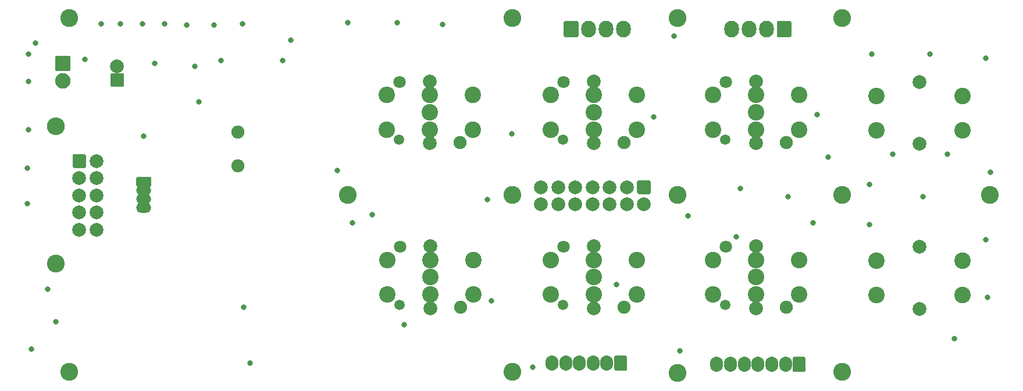
<source format=gbr>
%TF.GenerationSoftware,KiCad,Pcbnew,(5.1.10)-1*%
%TF.CreationDate,2022-09-03T16:46:32+05:30*%
%TF.ProjectId,ENC-nrf-301-02-REV05,454e432d-6e72-4662-9d33-30312d30322d,rev?*%
%TF.SameCoordinates,Original*%
%TF.FileFunction,Soldermask,Bot*%
%TF.FilePolarity,Negative*%
%FSLAX46Y46*%
G04 Gerber Fmt 4.6, Leading zero omitted, Abs format (unit mm)*
G04 Created by KiCad (PCBNEW (5.1.10)-1) date 2022-09-03 16:46:32*
%MOMM*%
%LPD*%
G01*
G04 APERTURE LIST*
%ADD10C,2.000000*%
%ADD11C,2.400000*%
%ADD12C,1.500000*%
%ADD13C,1.800000*%
%ADD14C,1.900000*%
%ADD15C,2.600000*%
%ADD16O,2.600000X2.600000*%
%ADD17O,2.200000X1.470000*%
%ADD18C,2.250000*%
%ADD19O,1.900000X2.200000*%
%ADD20O,2.127200X2.432000*%
%ADD21C,0.800000*%
G04 APERTURE END LIST*
D10*
%TO.C,SW12*%
X150500000Y-116600000D03*
D11*
X144250000Y-109600000D03*
D10*
X150500000Y-107600000D03*
D11*
X156750000Y-114600000D03*
X144250000Y-114600000D03*
X156750000Y-109600000D03*
%TD*%
D10*
%TO.C,SW9*%
X150400000Y-92600000D03*
D11*
X144150000Y-85600000D03*
D10*
X150400000Y-83600000D03*
D11*
X156650000Y-90600000D03*
X144150000Y-90600000D03*
X156650000Y-85600000D03*
%TD*%
D10*
%TO.C,SW8*%
X174300000Y-116600000D03*
D11*
X168050000Y-109600000D03*
D10*
X174300000Y-107600000D03*
D11*
X180550000Y-114600000D03*
X168050000Y-114600000D03*
X180550000Y-109600000D03*
%TD*%
D10*
%TO.C,SW21*%
X174300000Y-92600000D03*
D11*
X180550000Y-85600000D03*
D10*
X174300000Y-83600000D03*
D11*
X168050000Y-90600000D03*
X180550000Y-90600000D03*
X168050000Y-85600000D03*
%TD*%
D10*
%TO.C,SW1*%
X197900000Y-92600000D03*
D11*
X191650000Y-85600000D03*
D10*
X197900000Y-83600000D03*
D11*
X204150000Y-90600000D03*
X191650000Y-90600000D03*
X204150000Y-85600000D03*
%TD*%
D10*
%TO.C,SW4*%
X197900000Y-116600000D03*
D11*
X191650000Y-109600000D03*
D10*
X197900000Y-107600000D03*
D11*
X204150000Y-114600000D03*
X191650000Y-114600000D03*
X204150000Y-109600000D03*
%TD*%
D10*
%TO.C,SW22*%
X221700000Y-116700000D03*
D11*
X227950000Y-109700000D03*
D10*
X221700000Y-107700000D03*
D11*
X215450000Y-114700000D03*
X227950000Y-114700000D03*
X215450000Y-109700000D03*
%TD*%
D10*
%TO.C,SW6*%
X221700000Y-92700000D03*
D11*
X215450000Y-85700000D03*
D10*
X221700000Y-83700000D03*
D11*
X227950000Y-90700000D03*
X215450000Y-90700000D03*
X227950000Y-85700000D03*
%TD*%
D12*
%TO.C,SW10*%
X145900000Y-92100000D03*
D13*
X146000000Y-83700000D03*
D14*
X154800000Y-92500000D03*
D11*
X150400000Y-85600000D03*
X150400000Y-90600000D03*
X150400000Y-88100000D03*
%TD*%
D12*
%TO.C,SW11*%
X146000000Y-116100000D03*
D13*
X146100000Y-107700000D03*
D14*
X154900000Y-116500000D03*
D11*
X150500000Y-109600000D03*
X150500000Y-114600000D03*
X150500000Y-112100000D03*
%TD*%
D12*
%TO.C,SW5*%
X169800000Y-92100000D03*
D13*
X169900000Y-83700000D03*
D14*
X178700000Y-92500000D03*
D11*
X174300000Y-85600000D03*
X174300000Y-90600000D03*
X174300000Y-88100000D03*
%TD*%
D12*
%TO.C,SW7*%
X169800000Y-116100000D03*
D13*
X169900000Y-107700000D03*
D14*
X178700000Y-116500000D03*
D11*
X174300000Y-109600000D03*
X174300000Y-114600000D03*
X174300000Y-112100000D03*
%TD*%
D12*
%TO.C,SW2*%
X193400000Y-92100000D03*
D13*
X193500000Y-83700000D03*
D14*
X202300000Y-92500000D03*
D11*
X197900000Y-85600000D03*
X197900000Y-90600000D03*
X197900000Y-88100000D03*
%TD*%
D12*
%TO.C,SW3*%
X193400000Y-116100000D03*
D13*
X193500000Y-107700000D03*
D14*
X202300000Y-116500000D03*
D11*
X197900000Y-109600000D03*
X197900000Y-114600000D03*
X197900000Y-112100000D03*
%TD*%
D15*
%TO.C,SW_e1*%
X96000000Y-110100000D03*
D16*
X96000000Y-90100000D03*
%TD*%
%TO.C,D14*%
G36*
G01*
X107900000Y-97465000D02*
X109700000Y-97465000D01*
G75*
G02*
X109900000Y-97665000I0J-200000D01*
G01*
X109900000Y-98735000D01*
G75*
G02*
X109700000Y-98935000I-200000J0D01*
G01*
X107900000Y-98935000D01*
G75*
G02*
X107700000Y-98735000I0J200000D01*
G01*
X107700000Y-97665000D01*
G75*
G02*
X107900000Y-97465000I200000J0D01*
G01*
G37*
D17*
X108800000Y-99470000D03*
X108800000Y-100740000D03*
X108800000Y-102010000D03*
%TD*%
D15*
%TO.C,*%
X138450000Y-100150000D03*
%TD*%
%TO.C,J1*%
G36*
G01*
X98600000Y-94200000D02*
X100200000Y-94200000D01*
G75*
G02*
X100400000Y-94400000I0J-200000D01*
G01*
X100400000Y-96000000D01*
G75*
G02*
X100200000Y-96200000I-200000J0D01*
G01*
X98600000Y-96200000D01*
G75*
G02*
X98400000Y-96000000I0J200000D01*
G01*
X98400000Y-94400000D01*
G75*
G02*
X98600000Y-94200000I200000J0D01*
G01*
G37*
D10*
X99400000Y-97700000D03*
X99400000Y-100200000D03*
X99400000Y-102700000D03*
X99400000Y-105200000D03*
X101900000Y-95200000D03*
X101900000Y-97700000D03*
X101900000Y-100200000D03*
X101900000Y-102700000D03*
X101900000Y-105200000D03*
%TD*%
D14*
%TO.C,Y1*%
X122500000Y-91000000D03*
X122500000Y-95880000D03*
%TD*%
D15*
%TO.C,*%
X97950000Y-74400000D03*
%TD*%
%TO.C,*%
X97950000Y-125900000D03*
%TD*%
%TO.C,*%
X162450000Y-74400000D03*
%TD*%
%TO.C,*%
X186450000Y-74400000D03*
%TD*%
%TO.C,*%
X210450000Y-74400000D03*
%TD*%
%TO.C,*%
X162450000Y-125900000D03*
%TD*%
%TO.C,*%
X186450000Y-126000000D03*
%TD*%
%TO.C,*%
X210450000Y-125900000D03*
%TD*%
%TO.C,*%
X231950000Y-100150000D03*
%TD*%
%TO.C,*%
X210450000Y-100150000D03*
%TD*%
%TO.C,*%
X186450000Y-100150000D03*
%TD*%
%TO.C,J2*%
G36*
G01*
X182600000Y-98200000D02*
X182600000Y-99800000D01*
G75*
G02*
X182400000Y-100000000I-200000J0D01*
G01*
X180800000Y-100000000D01*
G75*
G02*
X180600000Y-99800000I0J200000D01*
G01*
X180600000Y-98200000D01*
G75*
G02*
X180800000Y-98000000I200000J0D01*
G01*
X182400000Y-98000000D01*
G75*
G02*
X182600000Y-98200000I0J-200000D01*
G01*
G37*
D10*
X179100000Y-99000000D03*
X176600000Y-99000000D03*
X174100000Y-99000000D03*
X171600000Y-99000000D03*
X169100000Y-99000000D03*
X166600000Y-99000000D03*
X181600000Y-101500000D03*
X179100000Y-101500000D03*
X176600000Y-101500000D03*
X174100000Y-101500000D03*
X171600000Y-101500000D03*
X169100000Y-101500000D03*
X166600000Y-101500000D03*
%TD*%
%TO.C,J5*%
G36*
G01*
X96075000Y-79875000D02*
X97925000Y-79875000D01*
G75*
G02*
X98125000Y-80075000I0J-200000D01*
G01*
X98125000Y-81925000D01*
G75*
G02*
X97925000Y-82125000I-200000J0D01*
G01*
X96075000Y-82125000D01*
G75*
G02*
X95875000Y-81925000I0J200000D01*
G01*
X95875000Y-80075000D01*
G75*
G02*
X96075000Y-79875000I200000J0D01*
G01*
G37*
D18*
X97000000Y-83500000D03*
%TD*%
%TO.C,C8*%
G36*
G01*
X105700000Y-84400000D02*
X104100000Y-84400000D01*
G75*
G02*
X103900000Y-84200000I0J200000D01*
G01*
X103900000Y-82600000D01*
G75*
G02*
X104100000Y-82400000I200000J0D01*
G01*
X105700000Y-82400000D01*
G75*
G02*
X105900000Y-82600000I0J-200000D01*
G01*
X105900000Y-84200000D01*
G75*
G02*
X105700000Y-84400000I-200000J0D01*
G01*
G37*
D10*
X104900000Y-81400000D03*
%TD*%
%TO.C,JS-1*%
G36*
G01*
X205150000Y-123900000D02*
X205150000Y-125700000D01*
G75*
G02*
X204950000Y-125900000I-200000J0D01*
G01*
X203450000Y-125900000D01*
G75*
G02*
X203250000Y-125700000I0J200000D01*
G01*
X203250000Y-123900000D01*
G75*
G02*
X203450000Y-123700000I200000J0D01*
G01*
X204950000Y-123700000D01*
G75*
G02*
X205150000Y-123900000I0J-200000D01*
G01*
G37*
D19*
X202200000Y-124800000D03*
X200200000Y-124800000D03*
X198200000Y-124800000D03*
X196200000Y-124800000D03*
X194200000Y-124800000D03*
X192200000Y-124800000D03*
%TD*%
%TO.C,JS-2*%
G36*
G01*
X179150000Y-123700000D02*
X179150000Y-125500000D01*
G75*
G02*
X178950000Y-125700000I-200000J0D01*
G01*
X177450000Y-125700000D01*
G75*
G02*
X177250000Y-125500000I0J200000D01*
G01*
X177250000Y-123700000D01*
G75*
G02*
X177450000Y-123500000I200000J0D01*
G01*
X178950000Y-123500000D01*
G75*
G02*
X179150000Y-123700000I0J-200000D01*
G01*
G37*
X176200000Y-124600000D03*
X174200000Y-124600000D03*
X172200000Y-124600000D03*
X170200000Y-124600000D03*
X168200000Y-124600000D03*
%TD*%
%TO.C,JS-3*%
G36*
G01*
X171863600Y-77216000D02*
X170136400Y-77216000D01*
G75*
G02*
X169936400Y-77016000I0J200000D01*
G01*
X169936400Y-74984000D01*
G75*
G02*
X170136400Y-74784000I200000J0D01*
G01*
X171863600Y-74784000D01*
G75*
G02*
X172063600Y-74984000I0J-200000D01*
G01*
X172063600Y-77016000D01*
G75*
G02*
X171863600Y-77216000I-200000J0D01*
G01*
G37*
D20*
X173540000Y-76000000D03*
X176080000Y-76000000D03*
X178620000Y-76000000D03*
%TD*%
%TO.C,JS-4*%
G36*
G01*
X201136400Y-74784000D02*
X202863600Y-74784000D01*
G75*
G02*
X203063600Y-74984000I0J-200000D01*
G01*
X203063600Y-77016000D01*
G75*
G02*
X202863600Y-77216000I-200000J0D01*
G01*
X201136400Y-77216000D01*
G75*
G02*
X200936400Y-77016000I0J200000D01*
G01*
X200936400Y-74984000D01*
G75*
G02*
X201136400Y-74784000I200000J0D01*
G01*
G37*
X199460000Y-76000000D03*
X196920000Y-76000000D03*
X194380000Y-76000000D03*
%TD*%
D15*
%TO.C,*%
X162450000Y-100150000D03*
%TD*%
D21*
%TO.C,*%
X102600000Y-75200000D03*
%TD*%
%TO.C,*%
X105400000Y-75200000D03*
%TD*%
%TO.C,*%
X108600000Y-75200000D03*
%TD*%
%TO.C,*%
X111800000Y-75200000D03*
%TD*%
%TO.C,*%
X115000000Y-75400000D03*
%TD*%
%TO.C,*%
X119000000Y-75400000D03*
%TD*%
%TO.C,*%
X123200000Y-75200000D03*
%TD*%
%TO.C,*%
X186000000Y-77000000D03*
%TD*%
%TO.C,*%
X138500000Y-75100000D03*
%TD*%
%TO.C,*%
X145700000Y-75100000D03*
%TD*%
%TO.C,*%
X152300000Y-75300000D03*
%TD*%
%TO.C,*%
X214800000Y-79600000D03*
%TD*%
%TO.C,*%
X223200000Y-79600000D03*
%TD*%
%TO.C,*%
X231400000Y-80200000D03*
%TD*%
%TO.C,*%
X232000000Y-96800000D03*
%TD*%
%TO.C,*%
X231400000Y-106600000D03*
%TD*%
%TO.C,*%
X231600000Y-115000000D03*
%TD*%
%TO.C,*%
X226800000Y-121000000D03*
%TD*%
%TO.C,*%
X186800000Y-122800000D03*
%TD*%
%TO.C,*%
X222200000Y-100400000D03*
%TD*%
%TO.C,*%
X214400000Y-98600000D03*
%TD*%
%TO.C,*%
X202600000Y-100400000D03*
%TD*%
%TO.C,*%
X214400000Y-104400000D03*
%TD*%
%TO.C,*%
X206200000Y-104200000D03*
%TD*%
%TO.C,*%
X195600000Y-99200000D03*
%TD*%
%TO.C,*%
X195600000Y-99200000D03*
%TD*%
%TO.C,*%
X208400000Y-94600000D03*
%TD*%
%TO.C,*%
X206800000Y-88400000D03*
%TD*%
%TO.C,*%
X217800000Y-94200000D03*
%TD*%
%TO.C,*%
X225800000Y-94200000D03*
%TD*%
%TO.C,*%
X188000000Y-103200000D03*
%TD*%
%TO.C,*%
X183000000Y-88800000D03*
%TD*%
%TO.C,*%
X158800000Y-100800000D03*
%TD*%
%TO.C,*%
X165400000Y-125200000D03*
%TD*%
%TO.C,*%
X123300000Y-116500000D03*
%TD*%
%TO.C,*%
X146700000Y-119000000D03*
%TD*%
%TO.C,*%
X124300000Y-124600000D03*
%TD*%
%TO.C,*%
X96000000Y-118600000D03*
%TD*%
%TO.C,*%
X94800000Y-113800000D03*
%TD*%
%TO.C,*%
X92400000Y-122600000D03*
%TD*%
%TO.C,*%
X91800000Y-101400000D03*
%TD*%
%TO.C,*%
X108800000Y-91600000D03*
%TD*%
%TO.C,*%
X116800000Y-86600000D03*
%TD*%
%TO.C,*%
X130200000Y-77600000D03*
%TD*%
%TO.C,*%
X120000000Y-80600000D03*
%TD*%
%TO.C,*%
X129000000Y-80600000D03*
%TD*%
%TO.C,*%
X116200000Y-81400000D03*
%TD*%
%TO.C,*%
X110400000Y-81000000D03*
%TD*%
%TO.C,*%
X100200000Y-80400000D03*
%TD*%
%TO.C,*%
X93000000Y-78000000D03*
%TD*%
%TO.C,*%
X91800000Y-96200000D03*
%TD*%
%TO.C,*%
X92000000Y-90600000D03*
%TD*%
%TO.C,*%
X92000000Y-83600000D03*
%TD*%
%TO.C,*%
X92000000Y-79600000D03*
%TD*%
%TO.C,*%
X139200000Y-104200000D03*
%TD*%
%TO.C,*%
X159400000Y-115500000D03*
%TD*%
%TO.C,*%
X177600000Y-113200000D03*
%TD*%
%TO.C,*%
X195000000Y-106200000D03*
%TD*%
%TO.C,*%
X162400000Y-91200000D03*
%TD*%
%TO.C,*%
X137000000Y-96600000D03*
%TD*%
%TO.C,*%
X142000000Y-103000000D03*
%TD*%
M02*

</source>
